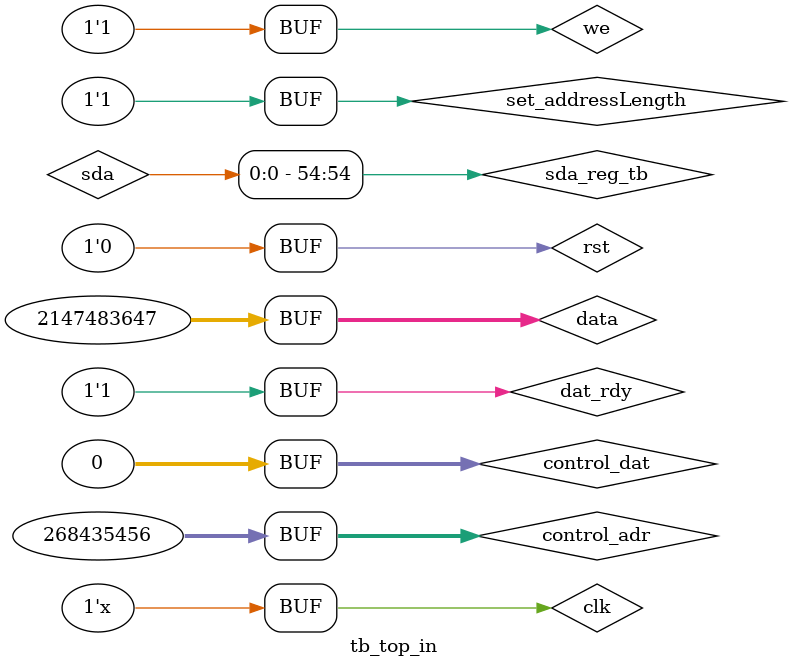
<source format=v>
`timescale 1ns / 1ps


module tb_top_in;

	// Inputs
	reg rst;
	reg clk;
	reg [31:0] control_dat;
	reg [31:0] control_adr;
	reg dat_rdy;
	reg set_addressLength;
	reg we;

	// Outputs
	wire scl;

	// Bidirs
	wire sda;
	
	// Data reg
	reg [54:0]sda_reg_tb;
	reg [31:0]data = {31{1'b1}};

	// Instantiate the Unit Under Test (UUT)
	top uut (
		.rst(rst), 
		.clk(clk), 
		.control_dat(control_dat), 
		.control_adr(control_adr), 
		.dat_rdy(dat_rdy), 
		.set_addressLength(set_addressLength), 
		.we(we), 
		.sda(sda), 
		.scl(scl)
	);

	initial begin
		// Initialize Inputs
		rst = 1;
		clk = 0;
		control_dat = 0;
		control_adr = 0;
		dat_rdy = 0;
		set_addressLength = 0;
		we = 0;

		// Wait 100 ns for global reset to finish
		#100;
        
		rst = 0;
		control_adr = 32'h1000_0000;
		we = 1;
		set_addressLength = 1;
		dat_rdy = 1;

	end
	
	always #5
	clk <= ~clk;
	
	reg [15:0]check_addr;
	reg old_sda;
	reg old_scl;
	reg frame_start;
	reg we_feedback;
	reg ack_feedback;
	
	always @(posedge clk)
	begin
	if(rst) old_scl <= 0;
   else	old_scl <= scl;
	end
	
	always @(posedge clk)
	begin
		if(rst) check_addr <= 0;
		else if(((sda == 0) && (old_sda == 1)) && ((scl == 0) && (old_scl == 1))) 
		begin
			frame_start <= 1;
		end
		else frame_start <= 0;
	end
	
	always @(posedge clk)
	begin
		if(rst)
		begin
			sda_reg_tb[54] <= 1'bz;
			sda_reg_tb[53:46] <= {8{1'bz}};
			sda_reg_tb[45] <= 1'b1;
			sda_reg_tb[44:37] <= {8{1'bz}};
			sda_reg_tb[36] = 1'b1;
			sda_reg_tb[35:28] <= data[31:24];
			sda_reg_tb[27] <= 1'bz;
			sda_reg_tb[26:19] <= data[23:16];
			sda_reg_tb[18] <= 1'bz;
			sda_reg_tb[17:10] <= data[15:8];
			sda_reg_tb[9] <= 1'bz;
			sda_reg_tb[8:1] <= data[7:0];
			sda_reg_tb[0] <= 1'bz;
		end
	end
	

	reg tmp;
	always @(posedge clk)
	begin
		if((old_scl == 0) && (scl == 1))
		begin
			tmp <= 1;
			sda_reg_tb <= {sda_reg_tb[53:0],sda_reg_tb[54]};
		end
		else tmp <= 0;
	end
	

	assign sda = sda_reg_tb[54];
      
endmodule


</source>
